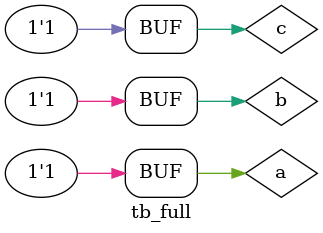
<source format=v>
module tb_full();
   
  reg a,b,c;
  wire diff,borrow;

full_sub FS1(
  .a(a),
  .b(b),
  .c(c),
  .diff(diff),
  .borrow(borrow)
);


initial begin
  $monitor(" a=%0d  b=%0d  c=%0d diff=%0d  borrow=%0d ",a,b,c,diff,borrow);
  end

initial begin
 #1;a=0;b=0;c=0;
 #1;a=0;b=0;c=1;
 #1;a=0;b=1;c=0;
 #1;a=0;b=1;c=1;
 #1;a=1;b=0;c=0;
 #1;a=1;b=0;c=1;
 #1;a=1;b=1;c=0;
 #1;a=1;b=1;c=1;
end

endmodule
</source>
